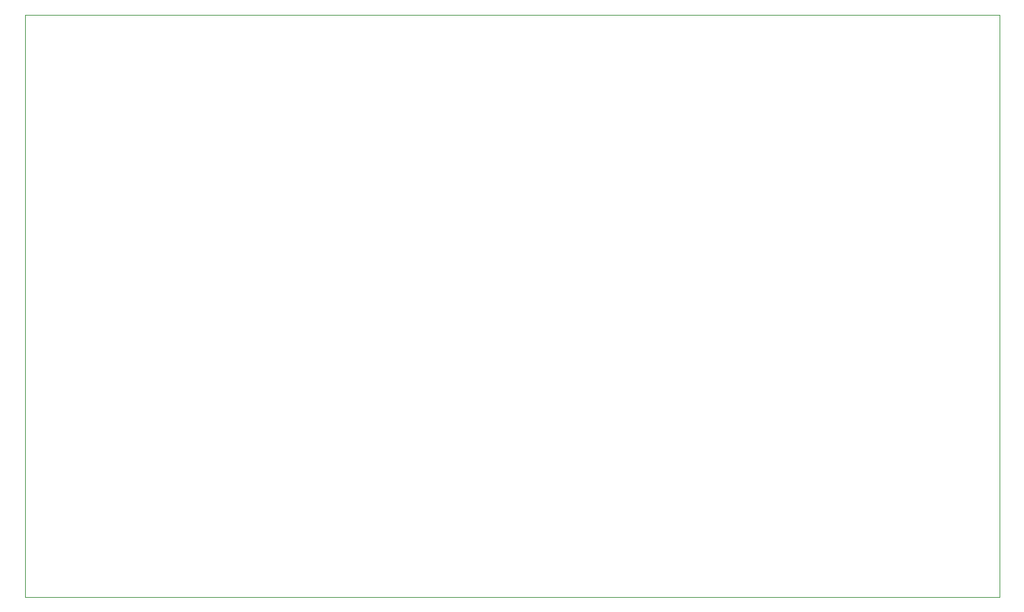
<source format=gbr>
%TF.GenerationSoftware,KiCad,Pcbnew,(6.0.7-1)-1*%
%TF.CreationDate,2022-10-20T12:34:53-04:00*%
%TF.ProjectId,Kool Keg,4b6f6f6c-204b-4656-972e-6b696361645f,rev?*%
%TF.SameCoordinates,Original*%
%TF.FileFunction,Profile,NP*%
%FSLAX46Y46*%
G04 Gerber Fmt 4.6, Leading zero omitted, Abs format (unit mm)*
G04 Created by KiCad (PCBNEW (6.0.7-1)-1) date 2022-10-20 12:34:53*
%MOMM*%
%LPD*%
G01*
G04 APERTURE LIST*
%TA.AperFunction,Profile*%
%ADD10C,0.100000*%
%TD*%
G04 APERTURE END LIST*
D10*
X60800000Y-40600000D02*
X182400000Y-40600000D01*
X182400000Y-40600000D02*
X182400000Y-113300000D01*
X182400000Y-113300000D02*
X60800000Y-113300000D01*
X60800000Y-113300000D02*
X60800000Y-40600000D01*
M02*

</source>
